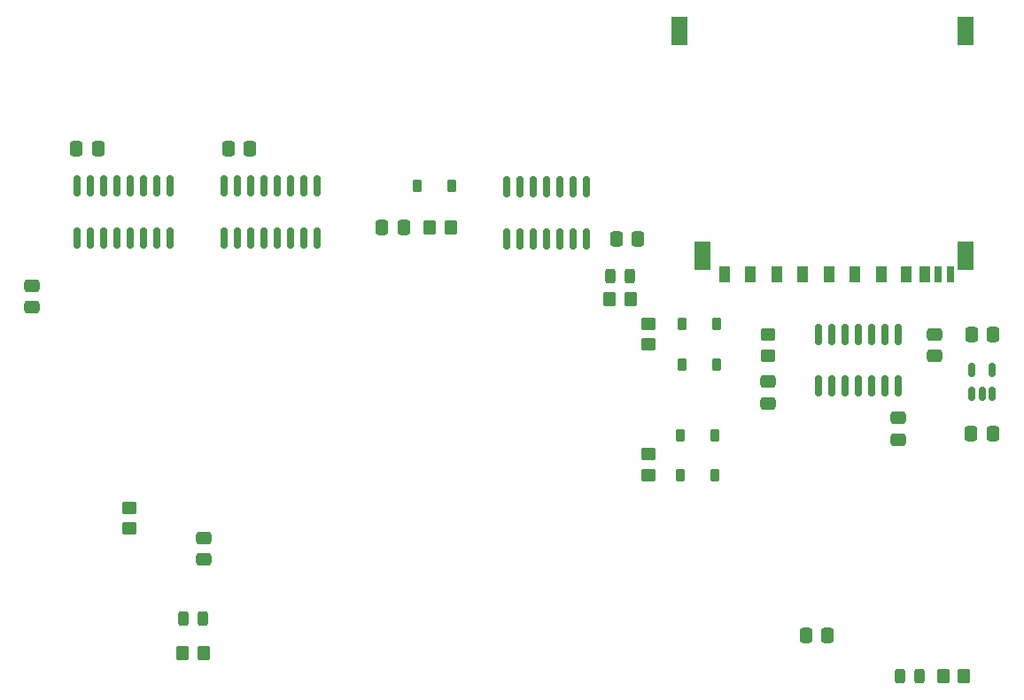
<source format=gbr>
%TF.GenerationSoftware,KiCad,Pcbnew,9.0.0*%
%TF.CreationDate,2025-03-18T20:07:55+01:00*%
%TF.ProjectId,SuperCPM65,53757065-7243-4504-9d36-352e6b696361,rev?*%
%TF.SameCoordinates,Original*%
%TF.FileFunction,Paste,Top*%
%TF.FilePolarity,Positive*%
%FSLAX46Y46*%
G04 Gerber Fmt 4.6, Leading zero omitted, Abs format (unit mm)*
G04 Created by KiCad (PCBNEW 9.0.0) date 2025-03-18 20:07:55*
%MOMM*%
%LPD*%
G01*
G04 APERTURE LIST*
G04 Aperture macros list*
%AMRoundRect*
0 Rectangle with rounded corners*
0 $1 Rounding radius*
0 $2 $3 $4 $5 $6 $7 $8 $9 X,Y pos of 4 corners*
0 Add a 4 corners polygon primitive as box body*
4,1,4,$2,$3,$4,$5,$6,$7,$8,$9,$2,$3,0*
0 Add four circle primitives for the rounded corners*
1,1,$1+$1,$2,$3*
1,1,$1+$1,$4,$5*
1,1,$1+$1,$6,$7*
1,1,$1+$1,$8,$9*
0 Add four rect primitives between the rounded corners*
20,1,$1+$1,$2,$3,$4,$5,0*
20,1,$1+$1,$4,$5,$6,$7,0*
20,1,$1+$1,$6,$7,$8,$9,0*
20,1,$1+$1,$8,$9,$2,$3,0*%
G04 Aperture macros list end*
%ADD10R,1.000000X1.500000*%
%ADD11R,0.700000X1.500000*%
%ADD12R,1.500000X2.800000*%
%ADD13RoundRect,0.150000X0.150000X-0.825000X0.150000X0.825000X-0.150000X0.825000X-0.150000X-0.825000X0*%
%ADD14RoundRect,0.150000X-0.150000X0.825000X-0.150000X-0.825000X0.150000X-0.825000X0.150000X0.825000X0*%
%ADD15RoundRect,0.225000X-0.225000X-0.375000X0.225000X-0.375000X0.225000X0.375000X-0.225000X0.375000X0*%
%ADD16RoundRect,0.250000X0.337500X0.475000X-0.337500X0.475000X-0.337500X-0.475000X0.337500X-0.475000X0*%
%ADD17RoundRect,0.250000X0.350000X0.450000X-0.350000X0.450000X-0.350000X-0.450000X0.350000X-0.450000X0*%
%ADD18RoundRect,0.250000X-0.475000X0.337500X-0.475000X-0.337500X0.475000X-0.337500X0.475000X0.337500X0*%
%ADD19RoundRect,0.250000X-0.337500X-0.475000X0.337500X-0.475000X0.337500X0.475000X-0.337500X0.475000X0*%
%ADD20RoundRect,0.250000X-0.450000X0.350000X-0.450000X-0.350000X0.450000X-0.350000X0.450000X0.350000X0*%
%ADD21RoundRect,0.243750X0.243750X0.456250X-0.243750X0.456250X-0.243750X-0.456250X0.243750X-0.456250X0*%
%ADD22RoundRect,0.243750X-0.243750X-0.456250X0.243750X-0.456250X0.243750X0.456250X-0.243750X0.456250X0*%
%ADD23RoundRect,0.150000X0.150000X-0.512500X0.150000X0.512500X-0.150000X0.512500X-0.150000X-0.512500X0*%
%ADD24RoundRect,0.250000X-0.350000X-0.450000X0.350000X-0.450000X0.350000X0.450000X-0.350000X0.450000X0*%
%ADD25RoundRect,0.250000X0.450000X-0.350000X0.450000X0.350000X-0.450000X0.350000X-0.450000X-0.350000X0*%
G04 APERTURE END LIST*
D10*
%TO.C,J4*%
X135575000Y-68100000D03*
X138075000Y-68100000D03*
X140575000Y-68100000D03*
X143075000Y-68100000D03*
X145575000Y-68100000D03*
X148075000Y-68100000D03*
X150500000Y-68100000D03*
X152200000Y-68100000D03*
X133075000Y-68100000D03*
D11*
X153500000Y-68100000D03*
D12*
X156100000Y-66300000D03*
X131000000Y-66300000D03*
X128800000Y-44800000D03*
X156100000Y-44800000D03*
D11*
X154700000Y-68100000D03*
%TD*%
D13*
%TO.C,U5*%
X71200000Y-64575000D03*
X72470000Y-64575000D03*
X73740000Y-64575000D03*
X75010000Y-64575000D03*
X76280000Y-64575000D03*
X77550000Y-64575000D03*
X78820000Y-64575000D03*
X80090000Y-64575000D03*
X80090000Y-59625000D03*
X78820000Y-59625000D03*
X77550000Y-59625000D03*
X76280000Y-59625000D03*
X75010000Y-59625000D03*
X73740000Y-59625000D03*
X72470000Y-59625000D03*
X71200000Y-59625000D03*
%TD*%
D14*
%TO.C,U7*%
X149710000Y-73825000D03*
X148440000Y-73825000D03*
X147170000Y-73825000D03*
X145900000Y-73825000D03*
X144630000Y-73825000D03*
X143360000Y-73825000D03*
X142090000Y-73825000D03*
X142090000Y-78775000D03*
X143360000Y-78775000D03*
X144630000Y-78775000D03*
X145900000Y-78775000D03*
X147170000Y-78775000D03*
X148440000Y-78775000D03*
X149710000Y-78775000D03*
%TD*%
D15*
%TO.C,D1*%
X128850000Y-83500000D03*
X132150000Y-83500000D03*
%TD*%
D16*
%TO.C,C7*%
X102437500Y-63600000D03*
X100362500Y-63600000D03*
%TD*%
D15*
%TO.C,D8*%
X103750000Y-59600000D03*
X107050000Y-59600000D03*
%TD*%
D17*
%TO.C,R5*%
X124100000Y-70400000D03*
X122100000Y-70400000D03*
%TD*%
D18*
%TO.C,C6*%
X153210000Y-73787500D03*
X153210000Y-75862500D03*
%TD*%
D19*
%TO.C,C4*%
X156672500Y-83325000D03*
X158747500Y-83325000D03*
%TD*%
D15*
%TO.C,D4*%
X129000000Y-72800000D03*
X132300000Y-72800000D03*
%TD*%
D16*
%TO.C,C1*%
X142937500Y-102600000D03*
X140862500Y-102600000D03*
%TD*%
D20*
%TO.C,R3*%
X76200000Y-90400000D03*
X76200000Y-92400000D03*
%TD*%
D21*
%TO.C,D7*%
X151700000Y-106500000D03*
X149825000Y-106500000D03*
%TD*%
D18*
%TO.C,C3*%
X66900000Y-69162500D03*
X66900000Y-71237500D03*
%TD*%
D15*
%TO.C,D3*%
X128900000Y-87300000D03*
X132200000Y-87300000D03*
%TD*%
D22*
%TO.C,D5*%
X81400000Y-101000000D03*
X83275000Y-101000000D03*
%TD*%
D13*
%TO.C,U6*%
X85255000Y-64575000D03*
X86525000Y-64575000D03*
X87795000Y-64575000D03*
X89065000Y-64575000D03*
X90335000Y-64575000D03*
X91605000Y-64575000D03*
X92875000Y-64575000D03*
X94145000Y-64575000D03*
X94145000Y-59625000D03*
X92875000Y-59625000D03*
X91605000Y-59625000D03*
X90335000Y-59625000D03*
X89065000Y-59625000D03*
X87795000Y-59625000D03*
X86525000Y-59625000D03*
X85255000Y-59625000D03*
%TD*%
D19*
%TO.C,C8*%
X156710000Y-73825000D03*
X158785000Y-73825000D03*
%TD*%
D23*
%TO.C,U8*%
X156760000Y-79462500D03*
X157710000Y-79462500D03*
X158660000Y-79462500D03*
X158660000Y-77187500D03*
X156760000Y-77187500D03*
%TD*%
D15*
%TO.C,D2*%
X129000000Y-76700000D03*
X132300000Y-76700000D03*
%TD*%
D24*
%TO.C,R6*%
X154000000Y-106500000D03*
X156000000Y-106500000D03*
%TD*%
D25*
%TO.C,R1*%
X125800000Y-87300000D03*
X125800000Y-85300000D03*
%TD*%
D20*
%TO.C,R2*%
X125800000Y-72800000D03*
X125800000Y-74800000D03*
%TD*%
D19*
%TO.C,C12*%
X85662500Y-56075000D03*
X87737500Y-56075000D03*
%TD*%
D18*
%TO.C,C2*%
X83300000Y-93262500D03*
X83300000Y-95337500D03*
%TD*%
D21*
%TO.C,D6*%
X124037500Y-68200000D03*
X122162500Y-68200000D03*
%TD*%
D18*
%TO.C,C10*%
X137210000Y-78325000D03*
X137210000Y-80400000D03*
%TD*%
D19*
%TO.C,C9*%
X122762500Y-64700000D03*
X124837500Y-64700000D03*
%TD*%
D24*
%TO.C,R8*%
X104900000Y-63600000D03*
X106900000Y-63600000D03*
%TD*%
%TO.C,R4*%
X81300000Y-104300000D03*
X83300000Y-104300000D03*
%TD*%
D14*
%TO.C,U1*%
X119910000Y-59725000D03*
X118640000Y-59725000D03*
X117370000Y-59725000D03*
X116100000Y-59725000D03*
X114830000Y-59725000D03*
X113560000Y-59725000D03*
X112290000Y-59725000D03*
X112290000Y-64675000D03*
X113560000Y-64675000D03*
X114830000Y-64675000D03*
X116100000Y-64675000D03*
X117370000Y-64675000D03*
X118640000Y-64675000D03*
X119910000Y-64675000D03*
%TD*%
D20*
%TO.C,R7*%
X137210000Y-73825000D03*
X137210000Y-75825000D03*
%TD*%
D19*
%TO.C,C11*%
X71162500Y-56075000D03*
X73237500Y-56075000D03*
%TD*%
D18*
%TO.C,C5*%
X149710000Y-81787500D03*
X149710000Y-83862500D03*
%TD*%
M02*

</source>
